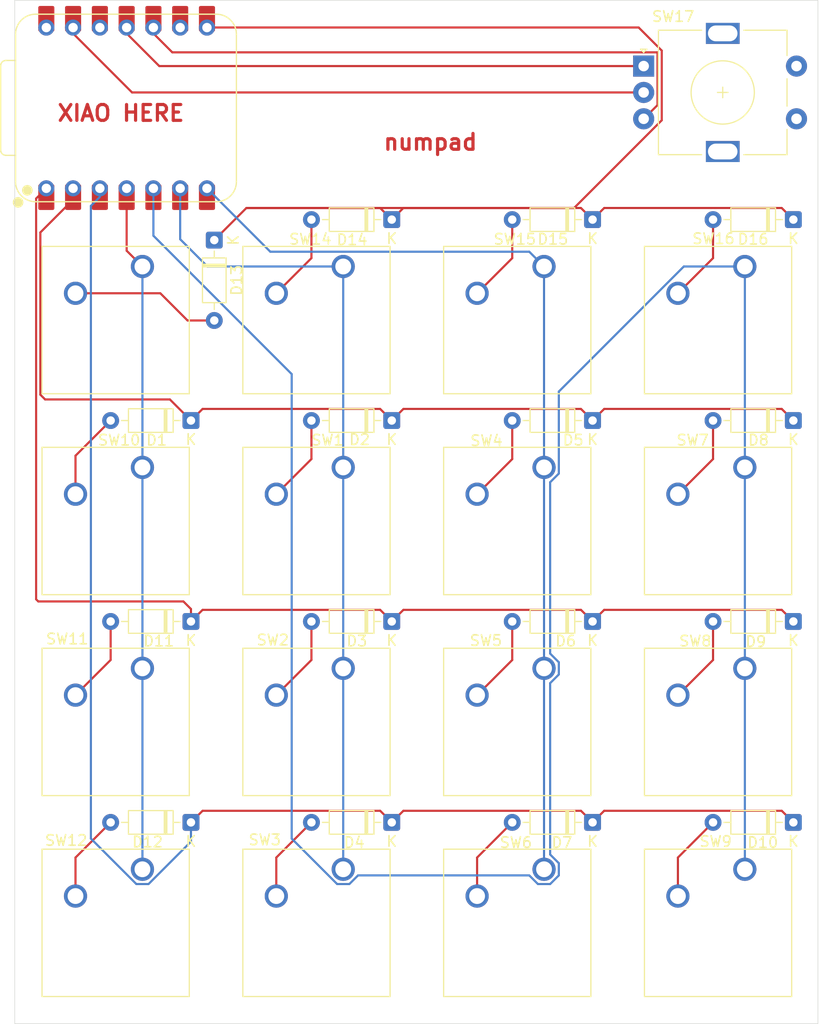
<source format=kicad_pcb>
(kicad_pcb (version 20241229) (generator "pcbnew") (generator_version "9.0")
  (layers (0 "F.Cu" signal) (2 "B.Cu" signal) (13 "F.Paste" user) (15 "B.Paste" user) (5 "F.SilkS" user "F.Silkscreen") (7 "B.SilkS" user "B.Silkscreen") (1 "F.Mask" user) (3 "B.Mask" user) (25 "Edge.Cuts" user))
  (net 0 "")
  (net 1 "Net-(D1-K)")
  (net 2 "Net-(D1-A)")
  (net 3 "Net-(D2-A)")
  (net 4 "Net-(D11-K)")
  (net 5 "Net-(D3-A)")
  (net 6 "Net-(D4-A)")
  (net 7 "Net-(D10-K)")
  (net 8 "Net-(D5-A)")
  (net 9 "Net-(D6-A)")
  (net 10 "Net-(D7-A)")
  (net 11 "Net-(D8-A)")
  (net 12 "Net-(D9-A)")
  (net 13 "Net-(D10-A)")
  (net 14 "Net-(D11-A)")
  (net 15 "Net-(D12-A)")
  (net 16 "Net-(D13-A)")
  (net 17 "Net-(D13-K)")
  (net 18 "Net-(D14-A)")
  (net 19 "Net-(D15-A)")
  (net 20 "Net-(D16-A)")
  (net 21 "Net-(U1-GPIO7{slash}SCL)")
  (net 22 "Net-(U1-GPIO6{slash}SDA)")
  (net 23 "Net-(U1-GPIO29{slash}ADC3{slash}A3)")
  (net 24 "Net-(U1-GND)")
  (net 25 "Net-(U1-GPIO3{slash}MOSI)")
  (net 26 "Net-(U1-GPIO4{slash}MISO)")
  (net 30 "Net-(U1-GPIO0{slash}TX)")
  (footprint "Diode_THT:D_DO-35_SOD27_P7.62mm_Horizontal" (layer "F.Cu") (at 87.78875 88.10625 180)
    (property "Reference" "D1" (at 3.25755 -1.86055 0) (layer "F.SilkS"))
    (property "Value" "1N4148")
    (fp_text user "K" (at 0 -1.8 0) (layer "F.SilkS"))
    (pad "1" thru_hole roundrect (at 0 0 180) (size 1.6 1.6) (drill 0.8) (layers "*.Cu" "*.Mask") (roundrect_rratio 0.15625) (net 1 "Net-(D1-K)"))
    (pad "2" thru_hole circle (at 7.62 0 180) (size 1.6 1.6) (drill 0.8) (layers "*.Cu" "*.Mask") (net 2 "Net-(D1-A)"))
  )
  (footprint "Diode_THT:D_DO-35_SOD27_P7.62mm_Horizontal" (layer "F.Cu") (at 144.93875 107.15625 180)
    (property "Reference" "D9" (at 3.56235 -1.91135 0) (layer "F.SilkS"))
    (property "Value" "1N4148WT")
    (fp_text user "K" (at 0 -1.8 0) (layer "F.SilkS"))
    (pad "1" thru_hole roundrect (at 0 0 180) (size 1.6 1.6) (drill 0.8) (layers "*.Cu" "*.Mask") (roundrect_rratio 0.15625) (net 4 "Net-(D11-K)"))
    (pad "2" thru_hole circle (at 7.62 0 180) (size 1.6 1.6) (drill 0.8) (layers "*.Cu" "*.Mask") (net 12 "Net-(D9-A)"))
  )
  (footprint "Button_Switch_Keyboard:SW_Cherry_MX_1.00u_PCB" (layer "F.Cu") (at 121.285 130.65125)
    (property "Reference" "SW6" (at -2.667 -2.53365 0) (layer "F.SilkS"))
    (property "Value" "SW_Push")
    (pad "" np_thru_hole circle (at -7.62 5.08) (size 1.7 1.7) (drill 1.7) (layers "*.Cu" "*.Mask"))
    (pad "" np_thru_hole circle (at -2.54 5.08) (size 4 4) (drill 4) (layers "*.Cu" "*.Mask"))
    (pad "" np_thru_hole circle (at 2.54 5.08) (size 1.7 1.7) (drill 1.7) (layers "*.Cu" "*.Mask"))
    (pad "1" thru_hole circle (at 0 0) (size 2.2 2.2) (drill 1.5) (layers "*.Cu" "*.Mask") (net 30 "Net-(U1-GPIO0{slash}TX)"))
    (pad "2" thru_hole circle (at -6.35 2.54) (size 2.2 2.2) (drill 1.5) (layers "*.Cu" "*.Mask") (net 10 "Net-(D7-A)"))
  )
  (footprint "Diode_THT:D_DO-35_SOD27_P7.62mm_Horizontal" (layer "F.Cu") (at 87.78875 107.15625 180)
    (property "Reference" "D11" (at 3.05435 -1.86055 0) (layer "F.SilkS"))
    (property "Value" "1N4148WT")
    (fp_text user "K" (at 0 -1.8 0) (layer "F.SilkS"))
    (pad "1" thru_hole roundrect (at 0 0 180) (size 1.6 1.6) (drill 0.8) (layers "*.Cu" "*.Mask") (roundrect_rratio 0.15625) (net 4 "Net-(D11-K)"))
    (pad "2" thru_hole circle (at 7.62 0 180) (size 1.6 1.6) (drill 0.8) (layers "*.Cu" "*.Mask") (net 14 "Net-(D11-A)"))
  )
  (footprint "Diode_THT:D_DO-35_SOD27_P7.62mm_Horizontal" (layer "F.Cu") (at 125.88875 107.15625 180)
    (property "Reference" "D6" (at 2.54635 -1.86055 0) (layer "F.SilkS"))
    (property "Value" "1N4148WT")
    (fp_text user "K" (at 0 -1.8 0) (layer "F.SilkS"))
    (pad "1" thru_hole roundrect (at 0 0 180) (size 1.6 1.6) (drill 0.8) (layers "*.Cu" "*.Mask") (roundrect_rratio 0.15625) (net 4 "Net-(D11-K)"))
    (pad "2" thru_hole circle (at 7.62 0 180) (size 1.6 1.6) (drill 0.8) (layers "*.Cu" "*.Mask") (net 9 "Net-(D6-A)"))
  )
  (footprint "Diode_THT:D_DO-35_SOD27_P7.62mm_Horizontal" (layer "F.Cu") (at 125.88875 69.05625 180)
    (property "Reference" "D15" (at 3.76555 -1.86055 0) (layer "F.SilkS"))
    (property "Value" "1N4148")
    (fp_text user "K" (at 0 -1.8 0) (layer "F.SilkS"))
    (pad "1" thru_hole roundrect (at 0 0 180) (size 1.6 1.6) (drill 0.8) (layers "*.Cu" "*.Mask") (roundrect_rratio 0.15625) (net 17 "Net-(D13-K)"))
    (pad "2" thru_hole circle (at 7.62 0 180) (size 1.6 1.6) (drill 0.8) (layers "*.Cu" "*.Mask") (net 19 "Net-(D15-A)"))
  )
  (footprint "Diode_THT:D_DO-35_SOD27_P7.62mm_Horizontal" (layer "F.Cu") (at 106.83875 126.20625 180)
    (property "Reference" "D4" (at 3.56235 -1.91135 0) (layer "F.SilkS"))
    (property "Value" "1N4148WT")
    (fp_text user "K" (at 0 -1.8 0) (layer "F.SilkS"))
    (pad "1" thru_hole roundrect (at 0 0 180) (size 1.6 1.6) (drill 0.8) (layers "*.Cu" "*.Mask") (roundrect_rratio 0.15625) (net 7 "Net-(D10-K)"))
    (pad "2" thru_hole circle (at 7.62 0 180) (size 1.6 1.6) (drill 0.8) (layers "*.Cu" "*.Mask") (net 6 "Net-(D4-A)"))
  )
  (footprint "Button_Switch_Keyboard:SW_Cherry_MX_1.00u_PCB" (layer "F.Cu") (at 140.335 73.50125)
    (property "Reference" "SW16" (at -2.9718 -2.63525 0) (layer "F.SilkS"))
    (property "Value" "SW_Push")
    (pad "" np_thru_hole circle (at -7.62 5.08) (size 1.7 1.7) (drill 1.7) (layers "*.Cu" "*.Mask"))
    (pad "" np_thru_hole circle (at -2.54 5.08) (size 4 4) (drill 4) (layers "*.Cu" "*.Mask"))
    (pad "" np_thru_hole circle (at 2.54 5.08) (size 1.7 1.7) (drill 1.7) (layers "*.Cu" "*.Mask"))
    (pad "1" thru_hole circle (at 0 0) (size 2.2 2.2) (drill 1.5) (layers "*.Cu" "*.Mask") (net 22 "Net-(U1-GPIO6{slash}SDA)"))
    (pad "2" thru_hole circle (at -6.35 2.54) (size 2.2 2.2) (drill 1.5) (layers "*.Cu" "*.Mask") (net 20 "Net-(D16-A)"))
  )
  (footprint "Diode_THT:D_DO-35_SOD27_P7.62mm_Horizontal" (layer "F.Cu") (at 144.93875 126.20625 180)
    (property "Reference" "D10" (at 2.90195 -1.91135 0) (layer "F.SilkS"))
    (property "Value" "1N4148WT")
    (fp_text user "K" (at 0 -1.8 0) (layer "F.SilkS"))
    (pad "1" thru_hole roundrect (at 0 0 180) (size 1.6 1.6) (drill 0.8) (layers "*.Cu" "*.Mask") (roundrect_rratio 0.15625) (net 7 "Net-(D10-K)"))
    (pad "2" thru_hole circle (at 7.62 0 180) (size 1.6 1.6) (drill 0.8) (layers "*.Cu" "*.Mask") (net 13 "Net-(D10-A)"))
  )
  (footprint "Button_Switch_Keyboard:SW_Cherry_MX_1.00u_PCB" (layer "F.Cu") (at 121.285 92.55125)
    (property "Reference" "SW4" (at -5.461 -2.53365 0) (layer "F.SilkS"))
    (property "Value" "SW_Push")
    (pad "" np_thru_hole circle (at -7.62 5.08) (size 1.7 1.7) (drill 1.7) (layers "*.Cu" "*.Mask"))
    (pad "" np_thru_hole circle (at -2.54 5.08) (size 4 4) (drill 4) (layers "*.Cu" "*.Mask"))
    (pad "" np_thru_hole circle (at 2.54 5.08) (size 1.7 1.7) (drill 1.7) (layers "*.Cu" "*.Mask"))
    (pad "1" thru_hole circle (at 0 0) (size 2.2 2.2) (drill 1.5) (layers "*.Cu" "*.Mask") (net 30 "Net-(U1-GPIO0{slash}TX)"))
    (pad "2" thru_hole circle (at -6.35 2.54) (size 2.2 2.2) (drill 1.5) (layers "*.Cu" "*.Mask") (net 8 "Net-(D5-A)"))
  )
  (footprint "Button_Switch_Keyboard:SW_Cherry_MX_1.00u_PCB" (layer "F.Cu") (at 102.235 92.55125)
    (property "Reference" "SW1" (at -1.4986 -2.58445 0) (layer "F.SilkS"))
    (property "Value" "SW_Push")
    (pad "" np_thru_hole circle (at -7.62 5.08) (size 1.7 1.7) (drill 1.7) (layers "*.Cu" "*.Mask"))
    (pad "" np_thru_hole circle (at -2.54 5.08) (size 4 4) (drill 4) (layers "*.Cu" "*.Mask"))
    (pad "" np_thru_hole circle (at 2.54 5.08) (size 1.7 1.7) (drill 1.7) (layers "*.Cu" "*.Mask"))
    (pad "1" thru_hole circle (at 0 0) (size 2.2 2.2) (drill 1.5) (layers "*.Cu" "*.Mask") (net 21 "Net-(U1-GPIO7{slash}SCL)"))
    (pad "2" thru_hole circle (at -6.35 2.54) (size 2.2 2.2) (drill 1.5) (layers "*.Cu" "*.Mask") (net 3 "Net-(D2-A)"))
  )
  (footprint "Diode_THT:D_DO-35_SOD27_P7.62mm_Horizontal" (layer "F.Cu") (at 144.93875 69.05625 180)
    (property "Reference" "D16" (at 3.81635 -1.86055 0) (layer "F.SilkS"))
    (property "Value" "1N4148")
    (fp_text user "K" (at 0 -1.8 0) (layer "F.SilkS"))
    (pad "1" thru_hole roundrect (at 0 0 180) (size 1.6 1.6) (drill 0.8) (layers "*.Cu" "*.Mask") (roundrect_rratio 0.15625) (net 17 "Net-(D13-K)"))
    (pad "2" thru_hole circle (at 7.62 0 180) (size 1.6 1.6) (drill 0.8) (layers "*.Cu" "*.Mask") (net 20 "Net-(D16-A)"))
  )
  (footprint "Diode_THT:D_DO-35_SOD27_P7.62mm_Horizontal" (layer "F.Cu") (at 90 71 -90)
    (property "Reference" "D13" (at 3.81 -2.12 90) (layer "F.SilkS"))
    (property "Value" "1N4148")
    (fp_text user "K" (at 0 -1.8 90) (layer "F.SilkS"))
    (pad "1" thru_hole roundrect (at 0 0 270) (size 1.6 1.6) (drill 0.8) (layers "*.Cu" "*.Mask") (roundrect_rratio 0.15625) (net 17 "Net-(D13-K)"))
    (pad "2" thru_hole circle (at 7.62 0 270) (size 1.6 1.6) (drill 0.8) (layers "*.Cu" "*.Mask") (net 16 "Net-(D13-A)"))
  )
  (footprint "Diode_THT:D_DO-35_SOD27_P7.62mm_Horizontal" (layer "F.Cu") (at 87.78875 126.20625 180)
    (property "Reference" "D12" (at 4.12115 -1.86055 0) (layer "F.SilkS"))
    (property "Value" "1N4148WT")
    (fp_text user "K" (at 0 -1.8 0) (layer "F.SilkS"))
    (pad "1" thru_hole roundrect (at 0 0 180) (size 1.6 1.6) (drill 0.8) (layers "*.Cu" "*.Mask") (roundrect_rratio 0.15625) (net 7 "Net-(D10-K)"))
    (pad "2" thru_hole circle (at 7.62 0 180) (size 1.6 1.6) (drill 0.8) (layers "*.Cu" "*.Mask") (net 15 "Net-(D12-A)"))
  )
  (footprint "Diode_THT:D_DO-35_SOD27_P7.62mm_Horizontal" (layer "F.Cu") (at 125.88875 88.10625 180)
    (property "Reference" "D5" (at 1.83515 -1.86055 0) (layer "F.SilkS"))
    (property "Value" "1N4148")
    (fp_text user "K" (at 0 -1.8 0) (layer "F.SilkS"))
    (pad "1" thru_hole roundrect (at 0 0 180) (size 1.6 1.6) (drill 0.8) (layers "*.Cu" "*.Mask") (roundrect_rratio 0.15625) (net 1 "Net-(D1-K)"))
    (pad "2" thru_hole circle (at 7.62 0 180) (size 1.6 1.6) (drill 0.8) (layers "*.Cu" "*.Mask") (net 8 "Net-(D5-A)"))
  )
  (footprint "Button_Switch_Keyboard:SW_Cherry_MX_1.00u_PCB" (layer "F.Cu") (at 121.285 111.60125)
    (property "Reference" "SW5" (at -5.5118 -2.63525 0) (layer "F.SilkS"))
    (property "Value" "SW_Push")
    (pad "" np_thru_hole circle (at -7.62 5.08) (size 1.7 1.7) (drill 1.7) (layers "*.Cu" "*.Mask"))
    (pad "" np_thru_hole circle (at -2.54 5.08) (size 4 4) (drill 4) (layers "*.Cu" "*.Mask"))
    (pad "" np_thru_hole circle (at 2.54 5.08) (size 1.7 1.7) (drill 1.7) (layers "*.Cu" "*.Mask"))
    (pad "1" thru_hole circle (at 0 0) (size 2.2 2.2) (drill 1.5) (layers "*.Cu" "*.Mask") (net 30 "Net-(U1-GPIO0{slash}TX)"))
    (pad "2" thru_hole circle (at -6.35 2.54) (size 2.2 2.2) (drill 1.5) (layers "*.Cu" "*.Mask") (net 9 "Net-(D6-A)"))
  )
  (footprint "Button_Switch_Keyboard:SW_Cherry_MX_1.00u_PCB" (layer "F.Cu") (at 83.185 111.60125)
    (property "Reference" "SW11" (at -7.1374 -2.78765 0) (layer "F.SilkS"))
    (property "Value" "SW_Push")
    (pad "" np_thru_hole circle (at -7.62 5.08) (size 1.7 1.7) (drill 1.7) (layers "*.Cu" "*.Mask"))
    (pad "" np_thru_hole circle (at -2.54 5.08) (size 4 4) (drill 4) (layers "*.Cu" "*.Mask"))
    (pad "" np_thru_hole circle (at 2.54 5.08) (size 1.7 1.7) (drill 1.7) (layers "*.Cu" "*.Mask"))
    (pad "1" thru_hole circle (at 0 0) (size 2.2 2.2) (drill 1.5) (layers "*.Cu" "*.Mask") (net 23 "Net-(U1-GPIO29{slash}ADC3{slash}A3)"))
    (pad "2" thru_hole circle (at -6.35 2.54) (size 2.2 2.2) (drill 1.5) (layers "*.Cu" "*.Mask") (net 14 "Net-(D11-A)"))
  )
  (footprint "opl:XIAO-RP2040-DIP" (layer "F.Cu") (at 81.6864 58.4708 90)
    (property "Reference" "U1" (hide yes))
    (property "Value" "XIAO-RP2040-DIP")
    (pad "1" smd roundrect (at -8.455 -7.62 270) (size 2.432 1.524) (layers "F.Cu" "F.Mask") (roundrect_rratio 0.1) (net 4 "Net-(D11-K)"))
    (pad "1" thru_hole circle (at -7.62 -7.62 270) (size 1.524 1.524) (drill 0.889) (layers "*.Cu" "*.Mask") (net 4 "Net-(D11-K)"))
    (pad "2" smd roundrect (at -8.455 -5.08 270) (size 2.432 1.524) (layers "F.Cu" "F.Mask") (roundrect_rratio 0.1) (net 1 "Net-(D1-K)"))
    (pad "2" thru_hole circle (at -7.62 -5.08 270) (size 1.524 1.524) (drill 0.889) (layers "*.Cu" "*.Mask") (net 1 "Net-(D1-K)"))
    (pad "3" smd roundrect (at -8.455 -2.54 270) (size 2.432 1.524) (layers "F.Cu" "F.Mask") (roundrect_rratio 0.1) (net 7 "Net-(D10-K)"))
    (pad "3" thru_hole circle (at -7.62 -2.54 270) (size 1.524 1.524) (drill 0.889) (layers "*.Cu" "*.Mask") (net 7 "Net-(D10-K)"))
    (pad "4" smd roundrect (at -8.455 0 270) (size 2.432 1.524) (layers "F.Cu" "F.Mask") (roundrect_rratio 0.1) (net 23 "Net-(U1-GPIO29{slash}ADC3{slash}A3)"))
    (pad "4" thru_hole circle (at -7.62 0 270) (size 1.524 1.524) (drill 0.889) (layers "*.Cu" "*.Mask") (net 23 "Net-(U1-GPIO29{slash}ADC3{slash}A3)"))
    (pad "5" smd roundrect (at -8.455 2.54 270) (size 2.432 1.524) (layers "F.Cu" "F.Mask") (roundrect_rratio 0.1) (net 22 "Net-(U1-GPIO6{slash}SDA)"))
    (pad "5" thru_hole circle (at -7.62 2.54 270) (size 1.524 1.524) (drill 0.889) (layers "*.Cu" "*.Mask") (net 22 "Net-(U1-GPIO6{slash}SDA)"))
    (pad "6" smd roundrect (at -8.455 5.08 270) (size 2.432 1.524) (layers "F.Cu" "F.Mask") (roundrect_rratio 0.1) (net 21 "Net-(U1-GPIO7{slash}SCL)"))
    (pad "6" thru_hole circle (at -7.62 5.08 270) (size 1.524 1.524) (drill 0.889) (layers "*.Cu" "*.Mask") (net 21 "Net-(U1-GPIO7{slash}SCL)"))
    (pad "7" smd roundrect (at -8.455 7.62 270) (size 2.432 1.524) (layers "F.Cu" "F.Mask") (roundrect_rratio 0.1) (net 30 "Net-(U1-GPIO0{slash}TX)"))
    (pad "7" thru_hole circle (at -7.62 7.62 270) (size 1.524 1.524) (drill 0.889) (layers "*.Cu" "*.Mask") (net 30 "Net-(U1-GPIO0{slash}TX)"))
    (pad "8" thru_hole circle (at 7.62 7.62 90) (size 1.524 1.524) (drill 0.889) (layers "*.Cu" "*.Mask") (net 17 "Net-(D13-K)"))
    (pad "8" smd roundrect (at 8.455 7.62 90) (size 2.432 1.524) (layers "F.Cu" "F.Mask") (roundrect_rratio 0.1) (net 17 "Net-(D13-K)"))
    (pad "9" thru_hole circle (at 7.62 5.08 90) (size 1.524 1.524) (drill 0.889) (layers "*.Cu" "*.Mask"))
    (pad "9" smd roundrect (at 8.455 5.08 90) (size 2.432 1.524) (layers "F.Cu" "F.Mask") (roundrect_rratio 0.1))
    (pad "10" thru_hole circle (at 7.62 2.54 90) (size 1.524 1.524) (drill 0.889) (layers "*.Cu" "*.Mask") (net 26 "Net-(U1-GPIO4{slash}MISO)"))
    (pad "10" smd roundrect (at 8.455 2.54 90) (size 2.432 1.524) (layers "F.Cu" "F.Mask") (roundrect_rratio 0.1) (net 26 "Net-(U1-GPIO4{slash}MISO)"))
    (pad "11" thru_hole circle (at 7.62 0 90) (size 1.524 1.524) (drill 0.889) (layers "*.Cu" "*.Mask") (net 25 "Net-(U1-GPIO3{slash}MOSI)"))
    (pad "11" smd roundrect (at 8.455 0 90) (size 2.432 1.524) (layers "F.Cu" "F.Mask") (roundrect_rratio 0.1) (net 25 "Net-(U1-GPIO3{slash}MOSI)"))
    (pad "12" thru_hole circle (at 7.62 -2.54 90) (size 1.524 1.524) (drill 0.889) (layers "*.Cu" "*.Mask"))
    (pad "12" smd roundrect (at 8.455 -2.54 90) (size 2.432 1.524) (layers "F.Cu" "F.Mask") (roundrect_rratio 0.1))
    (pad "13" thru_hole circle (at 7.62 -5.08 90) (size 1.524 1.524) (drill 0.889) (layers "*.Cu" "*.Mask") (net 24 "Net-(U1-GND)"))
    (pad "13" smd roundrect (at 8.455 -5.08 90) (size 2.432 1.524) (layers "F.Cu" "F.Mask") (roundrect_rratio 0.1) (net 24 "Net-(U1-GND)"))
    (pad "14" thru_hole circle (at 7.62 -7.62 90) (size 1.524 1.524) (drill 0.889) (layers "*.Cu" "*.Mask"))
    (pad "14" smd roundrect (at 8.455 -7.62 90) (size 2.432 1.524) (layers "F.Cu" "F.Mask") (roundrect_rratio 0.1))
  )
  (footprint "Button_Switch_Keyboard:SW_Cherry_MX_1.00u_PCB" (layer "F.Cu") (at 83.185 73.50125)
    (property "Reference" "SW13" (hide yes))
    (property "Value" "SW_Push")
    (pad "" np_thru_hole circle (at -7.62 5.08) (size 1.7 1.7) (drill 1.7) (layers "*.Cu" "*.Mask"))
    (pad "" np_thru_hole circle (at -2.54 5.08) (size 4 4) (drill 4) (layers "*.Cu" "*.Mask"))
    (pad "" np_thru_hole circle (at 2.54 5.08) (size 1.7 1.7) (drill 1.7) (layers "*.Cu" "*.Mask"))
    (pad "1" thru_hole circle (at 0 0) (size 2.2 2.2) (drill 1.5) (layers "*.Cu" "*.Mask") (net 23 "Net-(U1-GPIO29{slash}ADC3{slash}A3)"))
    (pad "2" thru_hole circle (at -6.35 2.54) (size 2.2 2.2) (drill 1.5) (layers "*.Cu" "*.Mask") (net 16 "Net-(D13-A)"))
  )
  (footprint "Diode_THT:D_DO-35_SOD27_P7.62mm_Horizontal" (layer "F.Cu") (at 144.93875 88.10625 180)
    (property "Reference" "D8" (at 3.30835 -1.86055 0) (layer "F.SilkS"))
    (property "Value" "1N4148")
    (fp_text user "K" (at 0 -1.8 0) (layer "F.SilkS"))
    (pad "1" thru_hole roundrect (at 0 0 180) (size 1.6 1.6) (drill 0.8) (layers "*.Cu" "*.Mask") (roundrect_rratio 0.15625) (net 1 "Net-(D1-K)"))
    (pad "2" thru_hole circle (at 7.62 0 180) (size 1.6 1.6) (drill 0.8) (layers "*.Cu" "*.Mask") (net 11 "Net-(D8-A)"))
  )
  (footprint "Diode_THT:D_DO-35_SOD27_P7.62mm_Horizontal" (layer "F.Cu") (at 125.88875 126.20625 180)
    (property "Reference" "D7" (at 2.90195 -1.91135 0) (layer "F.SilkS"))
    (property "Value" "1N4148WT")
    (fp_text user "K" (at 0 -1.8 0) (layer "F.SilkS"))
    (pad "1" thru_hole roundrect (at 0 0 180) (size 1.6 1.6) (drill 0.8) (layers "*.Cu" "*.Mask") (roundrect_rratio 0.15625) (net 7 "Net-(D10-K)"))
    (pad "2" thru_hole circle (at 7.62 0 180) (size 1.6 1.6) (drill 0.8) (layers "*.Cu" "*.Mask") (net 10 "Net-(D7-A)"))
  )
  (footprint "Button_Switch_Keyboard:SW_Cherry_MX_1.00u_PCB" (layer "F.Cu") (at 83.185 130.65125)
    (property "Reference" "SW12" (at -7.239 -2.73685 0) (layer "F.SilkS"))
    (property "Value" "SW_Push")
    (pad "" np_thru_hole circle (at -7.62 5.08) (size 1.7 1.7) (drill 1.7) (layers "*.Cu" "*.Mask"))
    (pad "" np_thru_hole circle (at -2.54 5.08) (size 4 4) (drill 4) (layers "*.Cu" "*.Mask"))
    (pad "" np_thru_hole circle (at 2.54 5.08) (size 1.7 1.7) (drill 1.7) (layers "*.Cu" "*.Mask"))
    (pad "1" thru_hole circle (at 0 0) (size 2.2 2.2) (drill 1.5) (layers "*.Cu" "*.Mask") (net 23 "Net-(U1-GPIO29{slash}ADC3{slash}A3)"))
    (pad "2" thru_hole circle (at -6.35 2.54) (size 2.2 2.2) (drill 1.5) (layers "*.Cu" "*.Mask") (net 15 "Net-(D12-A)"))
  )
  (footprint "Button_Switch_Keyboard:SW_Cherry_MX_1.00u_PCB" (layer "F.Cu") (at 140.335 130.65125)
    (property "Reference" "SW9" (at -2.7686 -2.63525 0) (layer "F.SilkS"))
    (property "Value" "SW_Push")
    (pad "" np_thru_hole circle (at -7.62 5.08) (size 1.7 1.7) (drill 1.7) (layers "*.Cu" "*.Mask"))
    (pad "" np_thru_hole circle (at -2.54 5.08) (size 4 4) (drill 4) (layers "*.Cu" "*.Mask"))
    (pad "" np_thru_hole circle (at 2.54 5.08) (size 1.7 1.7) (drill 1.7) (layers "*.Cu" "*.Mask"))
    (pad "1" thru_hole circle (at 0 0) (size 2.2 2.2) (drill 1.5) (layers "*.Cu" "*.Mask") (net 22 "Net-(U1-GPIO6{slash}SDA)"))
    (pad "2" thru_hole circle (at -6.35 2.54) (size 2.2 2.2) (drill 1.5) (layers "*.Cu" "*.Mask") (net 13 "Net-(D10-A)"))
  )
  (footprint "Button_Switch_Keyboard:SW_Cherry_MX_1.00u_PCB" (layer "F.Cu") (at 140.335 111.60125)
    (property "Reference" "SW8" (at -4.699 -2.58445 0) (layer "F.SilkS"))
    (property "Value" "SW_Push")
    (pad "" np_thru_hole circle (at -7.62 5.08) (size 1.7 1.7) (drill 1.7) (layers "*.Cu" "*.Mask"))
    (pad "" np_thru_hole circle (at -2.54 5.08) (size 4 4) (drill 4) (layers "*.Cu" "*.Mask"))
    (pad "" np_thru_hole circle (at 2.54 5.08) (size 1.7 1.7) (drill 1.7) (layers "*.Cu" "*.Mask"))
    (pad "1" thru_hole circle (at 0 0) (size 2.2 2.2) (drill 1.5) (layers "*.Cu" "*.Mask") (net 22 "Net-(U1-GPIO6{slash}SDA)"))
    (pad "2" thru_hole circle (at -6.35 2.54) (size 2.2 2.2) (drill 1.5) (layers "*.Cu" "*.Mask") (net 12 "Net-(D9-A)"))
  )
  (footprint "Diode_THT:D_DO-35_SOD27_P7.62mm_Horizontal" (layer "F.Cu") (at 106.83875 88.10625 180)
    (property "Reference" "D2" (at 3.05435 -1.80975 0) (layer "F.SilkS"))
    (property "Value" "1N4148")
    (fp_text user "K" (at 0 -1.8 0) (layer "F.SilkS"))
    (pad "1" thru_hole roundrect (at 0 0 180) (size 1.6 1.6) (drill 0.8) (layers "*.Cu" "*.Mask") (roundrect_rratio 0.15625) (net 1 "Net-(D1-K)"))
    (pad "2" thru_hole circle (at 7.62 0 180) (size 1.6 1.6) (drill 0.8) (layers "*.Cu" "*.Mask") (net 3 "Net-(D2-A)"))
  )
  (footprint "Button_Switch_Keyboard:SW_Cherry_MX_1.00u_PCB" (layer "F.Cu") (at 102.235 130.65125)
    (property "Reference" "SW3" (at -7.4422 -2.794 0) (layer "F.SilkS"))
    (property "Value" "SW_Push")
    (pad "" np_thru_hole circle (at -7.62 5.08) (size 1.7 1.7) (drill 1.7) (layers "*.Cu" "*.Mask"))
    (pad "" np_thru_hole circle (at -2.54 5.08) (size 4 4) (drill 4) (layers "*.Cu" "*.Mask"))
    (pad "" np_thru_hole circle (at 2.54 5.08) (size 1.7 1.7) (drill 1.7) (layers "*.Cu" "*.Mask"))
    (pad "1" thru_hole circle (at 0 0) (size 2.2 2.2) (drill 1.5) (layers "*.Cu" "*.Mask") (net 21 "Net-(U1-GPIO7{slash}SCL)"))
    (pad "2" thru_hole circle (at -6.35 2.54) (size 2.2 2.2) (drill 1.5) (layers "*.Cu" "*.Mask") (net 6 "Net-(D4-A)"))
  )
  (footprint "Button_Switch_Keyboard:SW_Cherry_MX_1.00u_PCB" (layer "F.Cu") (at 140.335 92.55125)
    (property "Reference" "SW7" (at -4.953 -2.58445 0) (layer "F.SilkS"))
    (property "Value" "SW_Push")
    (pad "" np_thru_hole circle (at -7.62 5.08) (size 1.7 1.7) (drill 1.7) (layers "*.Cu" "*.Mask"))
    (pad "" np_thru_hole circle (at -2.54 5.08) (size 4 4) (drill 4) (layers "*.Cu" "*.Mask"))
    (pad "" np_thru_hole circle (at 2.54 5.08) (size 1.7 1.7) (drill 1.7) (layers "*.Cu" "*.Mask"))
    (pad "1" thru_hole circle (at 0 0) (size 2.2 2.2) (drill 1.5) (layers "*.Cu" "*.Mask") (net 22 "Net-(U1-GPIO6{slash}SDA)"))
    (pad "2" thru_hole circle (at -6.35 2.54) (size 2.2 2.2) (drill 1.5) (layers "*.Cu" "*.Mask") (net 11 "Net-(D8-A)"))
  )
  (footprint "Button_Switch_Keyboard:SW_Cherry_MX_1.00u_PCB" (layer "F.Cu") (at 102.235 111.60125)
    (property "Reference" "SW2" (at -6.6802 -2.68605 0) (layer "F.SilkS"))
    (property "Value" "SW_Push")
    (pad "" np_thru_hole circle (at -7.62 5.08) (size 1.7 1.7) (drill 1.7) (layers "*.Cu" "*.Mask"))
    (pad "" np_thru_hole circle (at -2.54 5.08) (size 4 4) (drill 4) (layers "*.Cu" "*.Mask"))
    (pad "" np_thru_hole circle (at 2.54 5.08) (size 1.7 1.7) (drill 1.7) (layers "*.Cu" "*.Mask"))
    (pad "1" thru_hole circle (at 0 0) (size 2.2 2.2) (drill 1.5) (layers "*.Cu" "*.Mask") (net 21 "Net-(U1-GPIO7{slash}SCL)"))
    (pad "2" thru_hole circle (at -6.35 2.54) (size 2.2 2.2) (drill 1.5) (layers "*.Cu" "*.Mask") (net 5 "Net-(D3-A)"))
  )
  (footprint "Rotary_Encoder:RotaryEncoder_Alps_EC11E-Switch_Vertical_H20mm" (layer "F.Cu") (at 130.7372 54.5)
    (property "Reference" "SW17" (at 2.8 -4.7 0) (layer "F.SilkS"))
    (property "Value" "RotaryEncoder")
    (pad "A" thru_hole rect (at 0 0) (size 2 2) (drill 1) (layers "*.Cu" "*.Mask") (net 25 "Net-(U1-GPIO3{slash}MOSI)"))
    (pad "B" thru_hole circle (at 0 5) (size 2 2) (drill 1) (layers "*.Cu" "*.Mask") (net 26 "Net-(U1-GPIO4{slash}MISO)"))
    (pad "C" thru_hole circle (at 0 2.5) (size 2 2) (drill 1) (layers "*.Cu" "*.Mask") (net 24 "Net-(U1-GND)"))
    (pad "MP" thru_hole rect (at 7.5 -3.1) (size 3.2 2) (drill oval 2.8 1.5) (layers "*.Cu" "*.Mask"))
    (pad "MP" thru_hole rect (at 7.5 8.1) (size 3.2 2) (drill oval 2.8 1.5) (layers "*.Cu" "*.Mask"))
    (pad "S1" thru_hole circle (at 14.5 5) (size 2 2) (drill 1) (layers "*.Cu" "*.Mask"))
    (pad "S2" thru_hole circle (at 14.5 0) (size 2 2) (drill 1) (layers "*.Cu" "*.Mask"))
  )
  (footprint "Button_Switch_Keyboard:SW_Cherry_MX_1.00u_PCB" (layer "F.Cu") (at 102.235 73.50125)
    (property "Reference" "SW14" (at -3.1242 -2.58445 0) (layer "F.SilkS"))
    (property "Value" "SW_Push")
    (pad "" np_thru_hole circle (at -7.62 5.08) (size 1.7 1.7) (drill 1.7) (layers "*.Cu" "*.Mask"))
    (pad "" np_thru_hole circle (at -2.54 5.08) (size 4 4) (drill 4) (layers "*.Cu" "*.Mask"))
    (pad "" np_thru_hole circle (at 2.54 5.08) (size 1.7 1.7) (drill 1.7) (layers "*.Cu" "*.Mask"))
    (pad "1" thru_hole circle (at 0 0) (size 2.2 2.2) (drill 1.5) (layers "*.Cu" "*.Mask") (net 21 "Net-(U1-GPIO7{slash}SCL)"))
    (pad "2" thru_hole circle (at -6.35 2.54) (size 2.2 2.2) (drill 1.5) (layers "*.Cu" "*.Mask") (net 18 "Net-(D14-A)"))
  )
  (footprint "Button_Switch_Keyboard:SW_Cherry_MX_1.00u_PCB" (layer "F.Cu") (at 121.285 73.50125)
    (property "Reference" "SW15" (at -2.7686 -2.58445 0) (layer "F.SilkS"))
    (property "Value" "SW_Push")
    (pad "" np_thru_hole circle (at -7.62 5.08) (size 1.7 1.7) (drill 1.7) (layers "*.Cu" "*.Mask"))
    (pad "" np_thru_hole circle (at -2.54 5.08) (size 4 4) (drill 4) (layers "*.Cu" "*.Mask"))
    (pad "" np_thru_hole circle (at 2.54 5.08) (size 1.7 1.7) (drill 1.7) (layers "*.Cu" "*.Mask"))
    (pad "1" thru_hole circle (at 0 0) (size 2.2 2.2) (drill 1.5) (layers "*.Cu" "*.Mask") (net 30 "Net-(U1-GPIO0{slash}TX)"))
    (pad "2" thru_hole circle (at -6.35 2.54) (size 2.2 2.2) (drill 1.5) (layers "*.Cu" "*.Mask") (net 19 "Net-(D15-A)"))
  )
  (footprint "Button_Switch_Keyboard:SW_Cherry_MX_1.00u_PCB" (layer "F.Cu") (at 83.185 92.55125)
    (property "Reference" "SW10" (at -2.2098 -2.58445 0) (layer "F.SilkS"))
    (property "Value" "SW_Push")
    (pad "" np_thru_hole circle (at -7.62 5.08) (size 1.7 1.7) (drill 1.7) (layers "*.Cu" "*.Mask"))
    (pad "" np_thru_hole circle (at -2.54 5.08) (size 4 4) (drill 4) (layers "*.Cu" "*.Mask"))
    (pad "" np_thru_hole circle (at 2.54 5.08) (size 1.7 1.7) (drill 1.7) (layers "*.Cu" "*.Mask"))
    (pad "1" thru_hole circle (at 0 0) (size 2.2 2.2) (drill 1.5) (layers "*.Cu" "*.Mask") (net 23 "Net-(U1-GPIO29{slash}ADC3{slash}A3)"))
    (pad "2" thru_hole circle (at -6.35 2.54) (size 2.2 2.2) (drill 1.5) (layers "*.Cu" "*.Mask") (net 2 "Net-(D1-A)"))
  )
  (footprint "Diode_THT:D_DO-35_SOD27_P7.62mm_Horizontal" (layer "F.Cu") (at 106.83875 107.15625 180)
    (property "Reference" "D3" (at 3.30835 -1.86055 0) (layer "F.SilkS"))
    (property "Value" "1N4148WT")
    (fp_text user "K" (at 0 -1.8 0) (layer "F.SilkS"))
    (pad "1" thru_hole roundrect (at 0 0 180) (size 1.6 1.6) (drill 0.8) (layers "*.Cu" "*.Mask") (roundrect_rratio 0.15625) (net 4 "Net-(D11-K)"))
    (pad "2" thru_hole circle (at 7.62 0 180) (size 1.6 1.6) (drill 0.8) (layers "*.Cu" "*.Mask") (net 5 "Net-(D3-A)"))
  )
  (footprint "Diode_THT:D_DO-35_SOD27_P7.62mm_Horizontal" (layer "F.Cu") (at 106.83875 69.05625 180)
    (property "Reference" "D14" (at 3.76555 -1.91135 0) (layer "F.SilkS"))
    (property "Value" "1N4148")
    (fp_text user "K" (at 0 -1.8 0) (layer "F.SilkS"))
    (pad "1" thru_hole roundrect (at 0 0 180) (size 1.6 1.6) (drill 0.8) (layers "*.Cu" "*.Mask") (roundrect_rratio 0.15625) (net 17 "Net-(D13-K)"))
    (pad "2" thru_hole circle (at 7.62 0 180) (size 1.6 1.6) (drill 0.8) (layers "*.Cu" "*.Mask") (net 18 "Net-(D14-A)"))
  )
  (gr_rect (start 71.0692 48.26) (end 147.2692 145.288) (stroke (width 0.05)) (fill no) (layer "Edge.Cuts"))
  (gr_text "XIAO HERE" (at 74.9808 59.8424 0) (layer "F.Cu") (effects (font (size 1.5 1.5) (thickness 0.3) (bold yes)) (justify left bottom)))
  (gr_text "numpad\n" (at 105.918 62.5856 0) (layer "F.Cu") (effects (font (size 1.5 1.5) (thickness 0.3) (bold yes)) (justify left bottom)))
  (segment (start 143.83775 87.00525) (end 126.98975 87.00525) (width 0.2) (layer "F.Cu") (net 1))
  (segment (start 144.93875 88.10625) (end 143.83775 87.00525) (width 0.2) (layer "F.Cu") (net 1))
  (segment (start 73.9521 86.106) (end 85.7885 86.106) (width 0.2) (layer "F.Cu") (net 1))
  (segment (start 88.88975 87.00525) (end 87.78875 88.10625) (width 0.2) (layer "F.Cu") (net 1))
  (segment (start 76.6064 66.0908) (end 76.6064 67.16843) (width 0.2) (layer "F.Cu") (net 1))
  (segment (start 87.78875 88.10625) (end 85.7885 86.106) (width 0.2) (layer "F.Cu") (net 1))
  (segment (start 124.78775 87.00525) (end 125.88875 88.10625) (width 0.2) (layer "F.Cu") (net 1))
  (segment (start 106.83875 88.10625) (end 105.73775 87.00525) (width 0.2) (layer "F.Cu") (net 1))
  (segment (start 106.83875 88.10625) (end 107.93975 87.00525) (width 0.2) (layer "F.Cu") (net 1))
  (segment (start 107.93975 87.00525) (end 124.78775 87.00525) (width 0.2) (layer "F.Cu") (net 1))
  (segment (start 105.73775 87.00525) (end 88.88975 87.00525) (width 0.2) (layer "F.Cu") (net 1))
  (segment (start 126.98975 87.00525) (end 125.88875 88.10625) (width 0.2) (layer "F.Cu") (net 1))
  (segment (start 73.50125 85.65515) (end 73.9521 86.106) (width 0.2) (layer "F.Cu") (net 1))
  (segment (start 73.50125 70.27358) (end 73.50125 85.65515) (width 0.2) (layer "F.Cu") (net 1))
  (segment (start 76.6064 67.16843) (end 73.50125 70.27358) (width 0.2) (layer "F.Cu") (net 1))
  (segment (start 76.835 95.09125) (end 76.835 91.44) (width 0.2) (layer "F.Cu") (net 2))
  (segment (start 76.835 91.44) (end 80.16875 88.10625) (width 0.2) (layer "F.Cu") (net 2))
  (segment (start 99.21875 88.10625) (end 99.21875 91.7575) (width 0.2) (layer "F.Cu") (net 3))
  (segment (start 99.21875 91.7575) (end 95.885 95.09125) (width 0.2) (layer "F.Cu") (net 3))
  (segment (start 106.83875 107.15625) (end 107.93975 106.05525) (width 0.2) (layer "F.Cu") (net 4))
  (segment (start 126.98975 106.05525) (end 143.83775 106.05525) (width 0.2) (layer "F.Cu") (net 4))
  (segment (start 107.93975 106.05525) (end 124.78775 106.05525) (width 0.2) (layer "F.Cu") (net 4))
  (segment (start 124.78775 106.05525) (end 125.88875 107.15625) (width 0.2) (layer "F.Cu") (net 4))
  (segment (start 87.78875 107.15625) (end 88.88975 106.05525) (width 0.2) (layer "F.Cu") (net 4))
  (segment (start 87.78875 105.97515) (end 87.0712 105.2576) (width 0.2) (layer "F.Cu") (net 4))
  (segment (start 105.73775 106.05525) (end 106.83875 107.15625) (width 0.2) (layer "F.Cu") (net 4))
  (segment (start 87.0712 105.2576) (end 73.3044 105.2576) (width 0.2) (layer "F.Cu") (net 4))
  (segment (start 125.88875 107.15625) (end 126.98975 106.05525) (width 0.2) (layer "F.Cu") (net 4))
  (segment (start 73.10025 105.05345) (end 73.3044 105.2576) (width 0.2) (layer "F.Cu") (net 4))
  (segment (start 87.78875 107.15625) (end 87.78875 105.97515) (width 0.2) (layer "F.Cu") (net 4))
  (segment (start 74.0664 66.0908) (end 73.10025 67.05695) (width 0.2) (layer "F.Cu") (net 4))
  (segment (start 73.10025 67.05695) (end 73.10025 105.05345) (width 0.2) (layer "F.Cu") (net 4))
  (segment (start 143.83775 106.05525) (end 144.93875 107.15625) (width 0.2) (layer "F.Cu") (net 4))
  (segment (start 88.88975 106.05525) (end 105.73775 106.05525) (width 0.2) (layer "F.Cu") (net 4))
  (segment (start 99.21875 107.15625) (end 99.21875 110.8075) (width 0.2) (layer "F.Cu") (net 5))
  (segment (start 99.21875 110.8075) (end 95.885 114.14125) (width 0.2) (layer "F.Cu") (net 5))
  (segment (start 95.885 129.54) (end 99.21875 126.20625) (width 0.2) (layer "F.Cu") (net 6))
  (segment (start 95.885 133.19125) (end 95.885 129.54) (width 0.2) (layer "F.Cu") (net 6))
  (segment (start 107.93975 125.10525) (end 124.78775 125.10525) (width 0.2) (layer "F.Cu") (net 7))
  (segment (start 105.73775 125.10525) (end 106.83875 126.20625) (width 0.2) (layer "F.Cu") (net 7))
  (segment (start 125.88875 126.20625) (end 126.98975 125.10525) (width 0.2) (layer "F.Cu") (net 7))
  (segment (start 88.88975 125.10525) (end 105.73775 125.10525) (width 0.2) (layer "F.Cu") (net 7))
  (segment (start 124.78775 125.10525) (end 125.88875 126.20625) (width 0.2) (layer "F.Cu") (net 7))
  (segment (start 126.98975 125.10525) (end 143.83775 125.10525) (width 0.2) (layer "F.Cu") (net 7))
  (segment (start 87.78875 126.20625) (end 88.88975 125.10525) (width 0.2) (layer "F.Cu") (net 7))
  (segment (start 143.83775 125.10525) (end 144.93875 126.20625) (width 0.2) (layer "F.Cu") (net 7))
  (segment (start 106.83875 126.20625) (end 107.93975 125.10525) (width 0.2) (layer "F.Cu") (net 7))
  (segment (start 83.765314 132.05225) (end 82.604686 132.05225) (width 0.2) (layer "B.Cu") (net 7))
  (segment (start 87.78875 126.20625) (end 87.78875 128.028814) (width 0.2) (layer "B.Cu") (net 7))
  (segment (start 78.294 67.756) (end 79.1464 66.9036) (width 0.2) (layer "B.Cu") (net 7))
  (segment (start 79.1464 66.9036) (end 79.1464 66.0908) (width 0.2) (layer "B.Cu") (net 7))
  (segment (start 82.604686 132.05225) (end 78.294 127.741564) (width 0.2) (layer "B.Cu") (net 7))
  (segment (start 78.294 127.741564) (end 78.294 67.756) (width 0.2) (layer "B.Cu") (net 7))
  (segment (start 87.78875 128.028814) (end 83.765314 132.05225) (width 0.2) (layer "B.Cu") (net 7))
  (segment (start 118.26875 88.10625) (end 118.26875 91.7575) (width 0.2) (layer "F.Cu") (net 8))
  (segment (start 118.26875 91.7575) (end 114.935 95.09125) (width 0.2) (layer "F.Cu") (net 8))
  (segment (start 118.26875 107.15625) (end 118.26875 110.8075) (width 0.2) (layer "F.Cu") (net 9))
  (segment (start 118.26875 110.8075) (end 114.935 114.14125) (width 0.2) (layer "F.Cu") (net 9))
  (segment (start 114.935 129.54) (end 118.26875 126.20625) (width 0.2) (layer "F.Cu") (net 10))
  (segment (start 114.935 133.19125) (end 114.935 129.54) (width 0.2) (layer "F.Cu") (net 10))
  (segment (start 137.31875 91.7575) (end 133.985 95.09125) (width 0.2) (layer "F.Cu") (net 11))
  (segment (start 137.31875 88.10625) (end 137.31875 91.7575) (width 0.2) (layer "F.Cu") (net 11))
  (segment (start 137.31875 110.8075) (end 133.985 114.14125) (width 0.2) (layer "F.Cu") (net 12))
  (segment (start 137.31875 107.15625) (end 137.31875 110.8075) (width 0.2) (layer "F.Cu") (net 12))
  (segment (start 133.985 129.54) (end 137.31875 126.20625) (width 0.2) (layer "F.Cu") (net 13))
  (segment (start 133.985 133.19125) (end 133.985 129.54) (width 0.2) (layer "F.Cu") (net 13))
  (segment (start 80.16875 107.15625) (end 80.16875 110.8075) (width 0.2) (layer "F.Cu") (net 14))
  (segment (start 80.16875 110.8075) (end 76.835 114.14125) (width 0.2) (layer "F.Cu") (net 14))
  (segment (start 76.835 129.54) (end 80.16875 126.20625) (width 0.2) (layer "F.Cu") (net 15))
  (segment (start 76.835 133.19125) (end 76.835 129.54) (width 0.2) (layer "F.Cu") (net 15))
  (segment (start 84.88347 76.04125) (end 87.46222 78.62) (width 0.2) (layer "F.Cu") (net 16))
  (segment (start 87.46222 78.62) (end 90 78.62) (width 0.2) (layer "F.Cu") (net 16))
  (segment (start 76.835 76.04125) (end 84.88347 76.04125) (width 0.2) (layer "F.Cu") (net 16))
  (segment (start 105.73775 67.95525) (end 106.83875 69.05625) (width 0.2) (layer "F.Cu") (net 17))
  (segment (start 93.04475 67.95525) (end 124.134642 67.95525) (width 0.2) (layer "F.Cu") (net 17))
  (segment (start 130.26035 50.84125) (end 88.74125 50.84125) (width 0.2) (layer "F.Cu") (net 17))
  (segment (start 132.452 59.637892) (end 132.452 53.0329) (width 0.2) (layer "F.Cu") (net 17))
  (segment (start 126.98975 67.95525) (end 143.83775 67.95525) (width 0.2) (layer "F.Cu") (net 17))
  (segment (start 106.83875 69.05625) (end 107.93975 67.95525) (width 0.2) (layer "F.Cu") (net 17))
  (segment (start 124.134642 67.95525) (end 132.452 59.637892) (width 0.2) (layer "F.Cu") (net 17))
  (segment (start 125.88875 69.05625) (end 126.98975 67.95525) (width 0.2) (layer "F.Cu") (net 17))
  (segment (start 107.93975 67.95525) (end 124.78775 67.95525) (width 0.2) (layer "F.Cu") (net 17))
  (segment (start 124.78775 67.95525) (end 125.88875 69.05625) (width 0.2) (layer "F.Cu") (net 17))
  (segment (start 132.452 53.0329) (end 130.26035 50.84125) (width 0.2) (layer "F.Cu") (net 17))
  (segment (start 143.83775 67.95525) (end 144.93875 69.05625) (width 0.2) (layer "F.Cu") (net 17))
  (segment (start 90 71) (end 93.04475 67.95525) (width 0.2) (layer "F.Cu") (net 17))
  (segment (start 93.04475 67.95525) (end 105.73775 67.95525) (width 0.2) (layer "F.Cu") (net 17))
  (segment (start 99.21875 69.05625) (end 99.21875 72.7075) (width 0.2) (layer "F.Cu") (net 18))
  (segment (start 99.21875 72.7075) (end 95.885 76.04125) (width 0.2) (layer "F.Cu") (net 18))
  (segment (start 118.26875 72.7075) (end 114.935 76.04125) (width 0.2) (layer "F.Cu") (net 19))
  (segment (start 118.26875 69.05625) (end 118.26875 72.7075) (width 0.2) (layer "F.Cu") (net 19))
  (segment (start 137.31875 72.7075) (end 133.985 76.04125) (width 0.2) (layer "F.Cu") (net 20))
  (segment (start 137.31875 69.05625) (end 137.31875 72.7075) (width 0.2) (layer "F.Cu") (net 20))
  (segment (start 102.235 92.55125) (end 102.235 73.50125) (width 0.2) (layer "B.Cu") (net 21))
  (segment (start 102.235 73.50125) (end 89.35085 73.50125) (width 0.2) (layer "B.Cu") (net 21))
  (segment (start 86.7664 70.9168) (end 86.7664 66.0908) (width 0.2) (layer "B.Cu") (net 21))
  (segment (start 102.235 130.65125) (end 102.235 111.60125) (width 0.2) (layer "B.Cu") (net 21))
  (segment (start 89.35085 73.50125) (end 86.7664 70.9168) (width 0.2) (layer "B.Cu") (net 21))
  (segment (start 102.235 111.60125) (end 102.235 92.55125) (width 0.2) (layer "B.Cu") (net 21))
  (segment (start 134.543686 73.50125) (end 140.335 73.50125) (width 0.2) (layer "B.Cu") (net 22))
  (segment (start 121.865314 129.25025) (end 121.865314 113.00225) (width 0.2) (layer "B.Cu") (net 22))
  (segment (start 120.704686 132.05225) (end 121.865314 132.05225) (width 0.2) (layer "B.Cu") (net 22))
  (segment (start 102.815314 132.05225) (end 103.636 131.231564) (width 0.2) (layer "B.Cu") (net 22))
  (segment (start 97.344 83.6988) (end 97.344 127.741564) (width 0.2) (layer "B.Cu") (net 22))
  (segment (start 97.344 127.741564) (end 101.654686 132.05225) (width 0.2) (layer "B.Cu") (net 22))
  (segment (start 121.865314 110.20025) (end 121.865314 93.95225) (width 0.2) (layer "B.Cu") (net 22))
  (segment (start 140.335 92.55125) (end 140.335 73.50125) (width 0.2) (layer "B.Cu") (net 22))
  (segment (start 103.636 131.231564) (end 119.884 131.231564) (width 0.2) (layer "B.Cu") (net 22))
  (segment (start 140.335 111.60125) (end 140.335 92.55125) (width 0.2) (layer "B.Cu") (net 22))
  (segment (start 122.686 112.181564) (end 122.686 111.020936) (width 0.2) (layer "B.Cu") (net 22))
  (segment (start 119.884 131.231564) (end 120.704686 132.05225) (width 0.2) (layer "B.Cu") (net 22))
  (segment (start 122.686 85.358936) (end 134.543686 73.50125) (width 0.2) (layer "B.Cu") (net 22))
  (segment (start 122.686 93.131564) (end 122.686 85.358936) (width 0.2) (layer "B.Cu") (net 22))
  (segment (start 121.865314 132.05225) (end 122.686 131.231564) (width 0.2) (layer "B.Cu") (net 22))
  (segment (start 101.654686 132.05225) (end 102.815314 132.05225) (width 0.2) (layer "B.Cu") (net 22))
  (segment (start 122.686 130.070936) (end 121.865314 129.25025) (width 0.2) (layer "B.Cu") (net 22))
  (segment (start 121.865314 93.95225) (end 122.686 93.131564) (width 0.2) (layer "B.Cu") (net 22))
  (segment (start 122.686 131.231564) (end 122.686 130.070936) (width 0.2) (layer "B.Cu") (net 22))
  (segment (start 97.344 83.6988) (end 84.2264 70.5812) (width 0.2) (layer "B.Cu") (net 22))
  (segment (start 84.2264 70.5812) (end 84.2264 66.0908) (width 0.2) (layer "B.Cu") (net 22))
  (segment (start 140.335 130.65125) (end 140.335 111.60125) (width 0.2) (layer "B.Cu") (net 22))
  (segment (start 122.686 111.020936) (end 121.865314 110.20025) (width 0.2) (layer "B.Cu") (net 22))
  (segment (start 121.865314 113.00225) (end 122.686 112.181564) (width 0.2) (layer "B.Cu") (net 22))
  (segment (start 81.6864 66.0908) (end 81.6864 72.00265) (width 0.2) (layer "F.Cu") (net 23))
  (segment (start 81.6864 72.00265) (end 83.185 73.50125) (width 0.2) (layer "F.Cu") (net 23))
  (segment (start 83.185 92.55125) (end 83.185 73.50125) (width 0.2) (layer "B.Cu") (net 23))
  (segment (start 83.185 130.65125) (end 83.185 111.60125) (width 0.2) (layer "B.Cu") (net 23))
  (segment (start 83.185 111.60125) (end 83.185 92.55125) (width 0.2) (layer "B.Cu") (net 23))
  (segment (start 130.75 57) (end 82.2 57) (width 0.2) (layer "F.Cu") (net 24))
  (segment (start 82.2 57) (end 76.04125 50.84125) (width 0.2) (layer "F.Cu") (net 24))
  (segment (start 130.75 54.5) (end 84.78 54.5) (width 0.2) (layer "F.Cu") (net 25))
  (segment (start 84.78 54.5) (end 81.12125 50.84125) (width 0.2) (layer "F.Cu") (net 25))
  (segment (start 132.051 58.199) (end 132.051 53.199) (width 0.2) (layer "F.Cu") (net 26))
  (segment (start 130.75 59.5) (end 132.051 58.199) (width 0.2) (layer "F.Cu") (net 26))
  (segment (start 132.051 53.199) (end 86.019 53.199) (width 0.2) (layer "F.Cu") (net 26))
  (segment (start 86.019 53.199) (end 83.66125 50.84125) (width 0.2) (layer "F.Cu") (net 26))
  (segment (start 121.285 130.65125) (end 121.285 111.60125) (width 0.2) (layer "B.Cu") (net 30))
  (segment (start 121.285 111.60125) (end 121.285 92.55125) (width 0.2) (layer "B.Cu") (net 30))
  (segment (start 121.285 73.50125) (end 119.884 72.10025) (width 0.2) (layer "B.Cu") (net 30))
  (segment (start 95.31585 72.10025) (end 89.3064 66.0908) (width 0.2) (layer "B.Cu") (net 30))
  (segment (start 121.285 73.50125) (end 121.285 92.55125) (width 0.2) (layer "B.Cu") (net 30))
  (segment (start 119.884 72.10025) (end 95.31585 72.10025) (width 0.2) (layer "B.Cu") (net 30))
)
</source>
